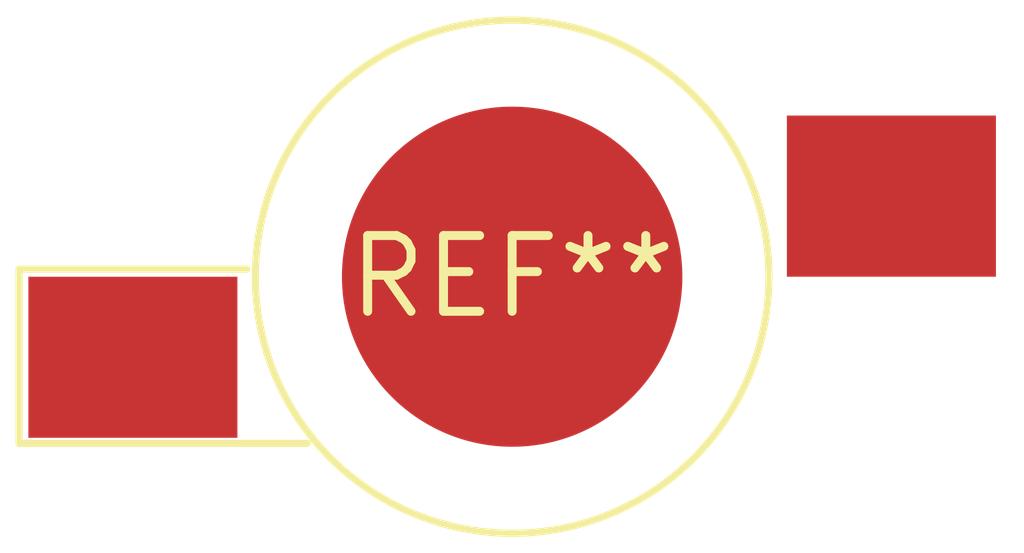
<source format=kicad_pcb>
(kicad_pcb (version 20240108) (generator pcbnew)
  (layers (0 "F.Cu" signal) (31 "B.Cu" signal) (34 "B.Paste" user) (35 "F.Paste" user) (36 "B.SilkS" user "B.Silkscreen") (37 "F.SilkS" user "F.Silkscreen") (38 "B.Mask" user) (39 "F.Mask" user) (44 "Edge.Cuts" user))
  (net 0 "")
  (footprint "LED_1W_3W_R8" (layer "F.Cu") (at 0 0)
    (property "Reference" "REF**")
    (property "Value" "LED_1W_3W_R8")
    (fp_line (start -8.255 -0.127) (end -8.255 2.794) (layer "F.SilkS") (stroke (width 0.12)))
    (fp_line (start -8.255 2.794) (end -3.429 2.794) (layer "F.SilkS") (stroke (width 0.12)))
    (fp_line (start -4.445 -0.127) (end -8.255 -0.127) (layer "F.SilkS") (stroke (width 0.12)))
    (fp_circle (center 0 0) (end -4.3 0) (layer "F.SilkS") (stroke (width 0.12)) (fill none))
    (pad "1" smd rect (at -6.35 1.35) (size 3.5 2.7) (layers "F.Cu" "F.Paste" "F.Mask"))
    (pad "2" smd rect (at 6.35 -1.35) (size 3.5 2.7) (layers "F.Cu" "F.Paste" "F.Mask"))
    (pad "3" smd circle (at 0 0) (size 5.7 5.7) (layers "F.Cu" "F.Paste" "F.Mask"))
  )
)
</source>
